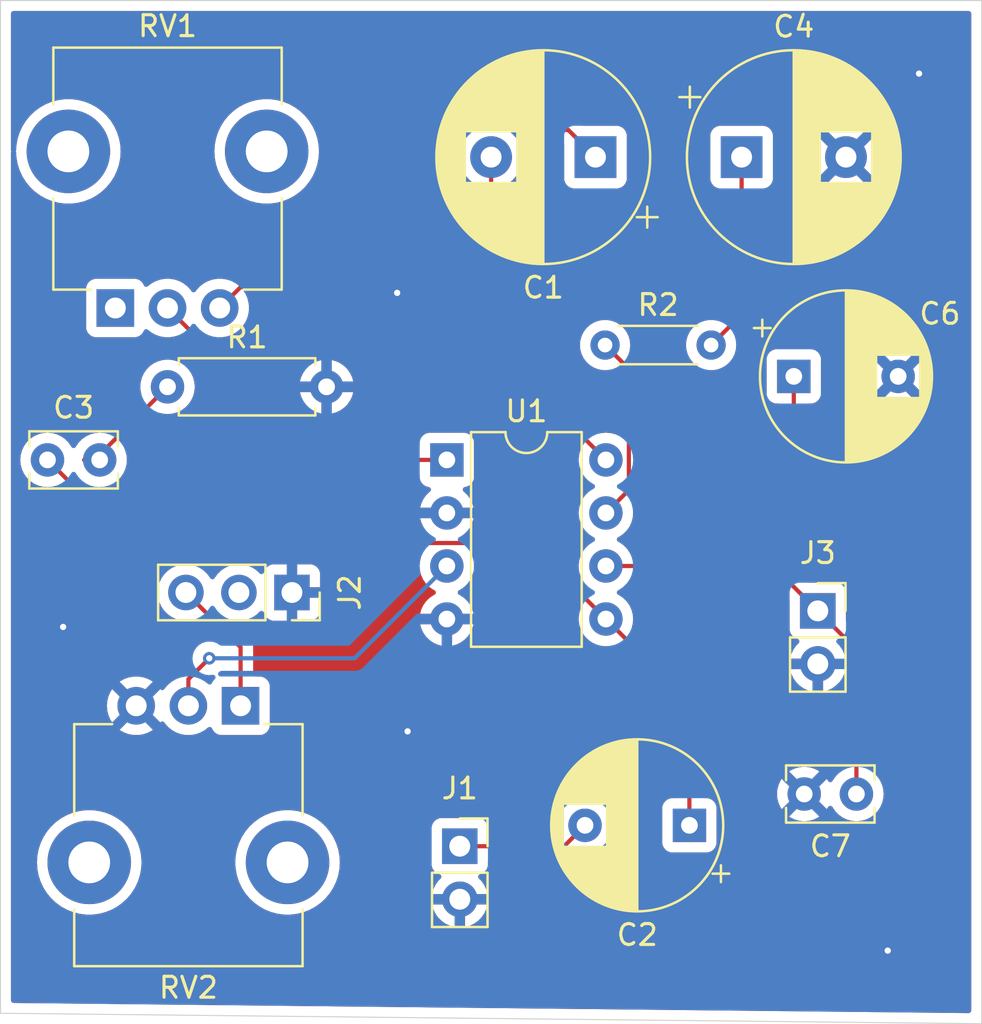
<source format=kicad_pcb>
(kicad_pcb (version 20241229) (generator "pcbnew") (generator_version "9.0")
  (layers (0 "F.Cu" signal) (2 "B.Cu" signal) (13 "F.Paste" user) (15 "B.Paste" user) (5 "F.SilkS" user "F.Silkscreen") (7 "B.SilkS" user "B.Silkscreen") (1 "F.Mask" user) (3 "B.Mask" user) (25 "Edge.Cuts" user))
  (net 0 "")
  (net 1 "Net-(C1-Pad2)")
  (net 2 "Net-(C1-Pad1)")
  (net 3 "Net-(J1-Pin_1)")
  (net 4 "Net-(C2-Pad1)")
  (net 5 "Net-(C3-Pad2)")
  (net 6 "Net-(C4-Pad1)")
  (net 7 "GND")
  (net 8 "+9V")
  (net 10 "Net-(J2-Pin_3)")
  (net 11 "Net-(U1-BYPASS)")
  (net 13 "Net-(RV1-Pad2)")
  (net 14 "Net-(U1-+)")
  (footprint "Capacitor_THT:CP_Radial_D8.0mm_P5.00mm" (layer "F.Cu") (at 131.5 78.5)
    (property "Reference" "C6" (at 7 -3 0) (layer "F.SilkS"))
    (property "Value" "C_Polarized_US" (hide yes))
    (pad "1" thru_hole rect (at 0 0) (size 1.6 1.6) (drill 0.8) (layers "*.Cu" "*.Mask") (net 8 "+9V"))
    (pad "2" thru_hole circle (at 5 0) (size 1.6 1.6) (drill 0.8) (layers "*.Cu" "*.Mask") (net 7 "GND"))
  )
  (footprint "Package_DIP:DIP-8_W7.62mm" (layer "F.Cu") (at 114.88 82.5)
    (property "Reference" "U1" (at 3.81 -2.33 0) (layer "F.SilkS"))
    (property "Value" "LM386")
    (pad "1" thru_hole rect (at 0 0) (size 1.6 1.6) (drill 0.8) (layers "*.Cu" "*.Mask") (net 13 "Net-(RV1-Pad2)"))
    (pad "2" thru_hole oval (at 0 2.54) (size 1.6 1.6) (drill 0.8) (layers "*.Cu" "*.Mask") (net 7 "GND"))
    (pad "3" thru_hole oval (at 0 5.08) (size 1.6 1.6) (drill 0.8) (layers "*.Cu" "*.Mask") (net 14 "Net-(U1-+)"))
    (pad "4" thru_hole oval (at 0 7.62) (size 1.6 1.6) (drill 0.8) (layers "*.Cu" "*.Mask") (net 7 "GND"))
    (pad "5" thru_hole oval (at 7.62 7.62) (size 1.6 1.6) (drill 0.8) (layers "*.Cu" "*.Mask") (net 4 "Net-(C2-Pad1)"))
    (pad "6" thru_hole oval (at 7.62 5.08) (size 1.6 1.6) (drill 0.8) (layers "*.Cu" "*.Mask") (net 8 "+9V"))
    (pad "7" thru_hole oval (at 7.62 2.54) (size 1.6 1.6) (drill 0.8) (layers "*.Cu" "*.Mask") (net 11 "Net-(U1-BYPASS)"))
    (pad "8" thru_hole oval (at 7.62 0) (size 1.6 1.6) (drill 0.8) (layers "*.Cu" "*.Mask") (net 1 "Net-(C1-Pad2)"))
  )
  (footprint "Resistor_THT:R_Axial_DIN0207_L6.3mm_D2.5mm_P7.62mm_Horizontal" (layer "F.Cu") (at 101.5 79)
    (property "Reference" "R1" (at 3.81 -2.37 0) (layer "F.SilkS"))
    (property "Value" "R_US" (hide yes))
    (pad "1" thru_hole circle (at 0 0) (size 1.6 1.6) (drill 0.8) (layers "*.Cu" "*.Mask") (net 5 "Net-(C3-Pad2)"))
    (pad "2" thru_hole oval (at 7.62 0) (size 1.6 1.6) (drill 0.8) (layers "*.Cu" "*.Mask") (net 7 "GND"))
  )
  (footprint "Connector_PinSocket_2.54mm:PinSocket_1x02_P2.54mm_Vertical" (layer "F.Cu") (at 132.65 89.73)
    (property "Reference" "J3" (at 0 -2.77 0) (layer "F.SilkS"))
    (property "Value" "Conn_01x02_Socket" (hide yes))
    (pad "1" thru_hole rect (at 0 0) (size 1.7 1.7) (drill 1) (layers "*.Cu" "*.Mask") (net 8 "+9V"))
    (pad "2" thru_hole oval (at 0 2.54) (size 1.7 1.7) (drill 1) (layers "*.Cu" "*.Mask") (net 7 "GND"))
  )
  (footprint "Capacitor_THT:C_Rect_L4.0mm_W2.5mm_P2.50mm" (layer "F.Cu") (at 95.75 82.5)
    (property "Reference" "C3" (at 1.25 -2.5 0) (layer "F.SilkS"))
    (property "Value" "C")
    (pad "1" thru_hole circle (at 0 0) (size 1.6 1.6) (drill 0.8) (layers "*.Cu" "*.Mask") (net 4 "Net-(C2-Pad1)"))
    (pad "2" thru_hole circle (at 2.5 0) (size 1.6 1.6) (drill 0.8) (layers "*.Cu" "*.Mask") (net 5 "Net-(C3-Pad2)"))
  )
  (footprint "Potentiometer_THT:Potentiometer_TT_P0915N" (layer "F.Cu") (at 99 75.225)
    (property "Reference" "RV1" (at 2.5 -13.5 0) (layer "F.SilkS"))
    (property "Value" "R_Potentiometer_US" (hide yes))
    (pad "" thru_hole oval (at -2.25 -7.5) (size 4 4) (drill 2) (layers "*.Cu" "*.Mask"))
    (pad "" thru_hole oval (at 7.25 -7.5) (size 4 4) (drill 2) (layers "*.Cu" "*.Mask"))
    (pad "1" thru_hole rect (at 0 0) (size 1.8 1.8) (drill 1) (layers "*.Cu" "*.Mask"))
    (pad "2" thru_hole circle (at 2.5 0) (size 1.8 1.8) (drill 1) (layers "*.Cu" "*.Mask") (net 13 "Net-(RV1-Pad2)"))
    (pad "3" thru_hole circle (at 5 0) (size 1.8 1.8) (drill 1) (layers "*.Cu" "*.Mask") (net 2 "Net-(C1-Pad1)"))
  )
  (footprint "Resistor_THT:R_Axial_DIN0204_L3.6mm_D1.6mm_P5.08mm_Horizontal" (layer "F.Cu") (at 122.46 77)
    (property "Reference" "R2" (at 2.54 -1.92 0) (layer "F.SilkS"))
    (property "Value" "R_US" (hide yes))
    (pad "1" thru_hole circle (at 0 0) (size 1.4 1.4) (drill 0.7) (layers "*.Cu" "*.Mask") (net 11 "Net-(U1-BYPASS)"))
    (pad "2" thru_hole oval (at 5.08 0) (size 1.4 1.4) (drill 0.7) (layers "*.Cu" "*.Mask") (net 6 "Net-(C4-Pad1)"))
  )
  (footprint "Capacitor_THT:CP_Radial_D10.0mm_P5.00mm" (layer "F.Cu") (at 129 68)
    (property "Reference" "C4" (at 2.5 -6.25 0) (layer "F.SilkS"))
    (property "Value" "C_Polarized_US" (hide yes))
    (pad "1" thru_hole rect (at 0 0) (size 2 2) (drill 1) (layers "*.Cu" "*.Mask") (net 6 "Net-(C4-Pad1)"))
    (pad "2" thru_hole circle (at 5 0) (size 2 2) (drill 1) (layers "*.Cu" "*.Mask") (net 7 "GND"))
  )
  (footprint "Capacitor_THT:CP_Radial_D8.0mm_P5.00mm" (layer "F.Cu") (at 126.5 100 180)
    (property "Reference" "C2" (at 2.5 -5.25 180) (layer "F.SilkS"))
    (property "Value" "C_Polarized_US" (hide yes))
    (pad "1" thru_hole rect (at 0 0 180) (size 1.6 1.6) (drill 0.8) (layers "*.Cu" "*.Mask") (net 4 "Net-(C2-Pad1)"))
    (pad "2" thru_hole circle (at 5 0 180) (size 1.6 1.6) (drill 0.8) (layers "*.Cu" "*.Mask") (net 3 "Net-(J1-Pin_1)"))
  )
  (footprint "Capacitor_THT:C_Rect_L4.0mm_W2.5mm_P2.50mm" (layer "F.Cu") (at 134.5 98.5 180)
    (property "Reference" "C7" (at 1.25 -2.5 180) (layer "F.SilkS"))
    (property "Value" "C")
    (pad "1" thru_hole circle (at 0 0 180) (size 1.6 1.6) (drill 0.8) (layers "*.Cu" "*.Mask") (net 8 "+9V"))
    (pad "2" thru_hole circle (at 2.5 0 180) (size 1.6 1.6) (drill 0.8) (layers "*.Cu" "*.Mask") (net 7 "GND"))
  )
  (footprint "Capacitor_THT:CP_Radial_D10.0mm_P5.00mm" (layer "F.Cu") (at 122 68 180)
    (property "Reference" "C1" (at 2.5 -6.25 180) (layer "F.SilkS"))
    (property "Value" "C_Polarized_US" (hide yes))
    (pad "1" thru_hole rect (at 0 0 180) (size 2 2) (drill 1) (layers "*.Cu" "*.Mask") (net 2 "Net-(C1-Pad1)"))
    (pad "2" thru_hole circle (at 5 0 180) (size 2 2) (drill 1) (layers "*.Cu" "*.Mask") (net 1 "Net-(C1-Pad2)"))
  )
  (footprint "Connector_PinSocket_2.54mm:PinSocket_1x03_P2.54mm_Vertical" (layer "F.Cu") (at 107.46 88.85 -90)
    (property "Reference" "J2" (at 0 -2.77 270) (layer "F.SilkS"))
    (property "Value" "Conn_01x03_Socket" (hide yes))
    (pad "1" thru_hole rect (at 0 0 270) (size 1.7 1.7) (drill 1) (layers "*.Cu" "*.Mask") (net 7 "GND"))
    (pad "2" thru_hole oval (at 0 2.54 270) (size 1.7 1.7) (drill 1) (layers "*.Cu" "*.Mask"))
    (pad "3" thru_hole oval (at 0 5.08 270) (size 1.7 1.7) (drill 1) (layers "*.Cu" "*.Mask") (net 10 "Net-(J2-Pin_3)"))
  )
  (footprint "Potentiometer_THT:Potentiometer_TT_P0915N" (layer "F.Cu") (at 105 94.275 180)
    (property "Reference" "RV2" (at 2.5 -13.5 180) (layer "F.SilkS"))
    (property "Value" "R_Potentiometer_US" (hide yes))
    (pad "" thru_hole oval (at -2.25 -7.5 180) (size 4 4) (drill 2) (layers "*.Cu" "*.Mask"))
    (pad "" thru_hole oval (at 7.25 -7.5 180) (size 4 4) (drill 2) (layers "*.Cu" "*.Mask"))
    (pad "1" thru_hole rect (at 0 0 180) (size 1.8 1.8) (drill 1) (layers "*.Cu" "*.Mask") (net 10 "Net-(J2-Pin_3)"))
    (pad "2" thru_hole circle (at 2.5 0 180) (size 1.8 1.8) (drill 1) (layers "*.Cu" "*.Mask") (net 14 "Net-(U1-+)"))
    (pad "3" thru_hole circle (at 5 0 180) (size 1.8 1.8) (drill 1) (layers "*.Cu" "*.Mask") (net 7 "GND"))
  )
  (footprint "Connector_PinSocket_2.54mm:PinSocket_1x02_P2.54mm_Vertical" (layer "F.Cu") (at 115.5 101)
    (property "Reference" "J1" (at 0 -2.77 0) (layer "F.SilkS"))
    (property "Value" "Conn_01x02_Socket" (hide yes))
    (pad "1" thru_hole rect (at 0 0) (size 1.7 1.7) (drill 1) (layers "*.Cu" "*.Mask") (net 3 "Net-(J1-Pin_1)"))
    (pad "2" thru_hole oval (at 0 2.54) (size 1.7 1.7) (drill 1) (layers "*.Cu" "*.Mask") (net 7 "GND"))
  )
  (gr_line (start 93.5 60.5) (end 140.5 60.5) (stroke (width 0.05)) (layer "Edge.Cuts"))
  (gr_line (start 93.5 109) (end 140.5 109.5) (stroke (width 0.05)) (layer "Edge.Cuts"))
  (gr_line (start 140.5 60.5) (end 140.5 109.5) (stroke (width 0.05)) (layer "Edge.Cuts"))
  (gr_line (start 93.5 60.5) (end 93.5 109) (stroke (width 0.05)) (layer "Edge.Cuts"))
  (segment (start 117 68) (end 117 77) (width 0.2) (layer "F.Cu") (net 1))
  (segment (start 117 77) (end 122.5 82.5) (width 0.2) (layer "F.Cu") (net 1))
  (segment (start 120.7 66.7) (end 112.525 66.7) (width 0.2) (layer "F.Cu") (net 2))
  (segment (start 122 68) (end 120.7 66.7) (width 0.2) (layer "F.Cu") (net 2))
  (segment (start 112.525 66.7) (end 104 75.225) (width 0.2) (layer "F.Cu") (net 2))
  (segment (start 115.5 101) (end 120.5 101) (width 0.2) (layer "F.Cu") (net 3))
  (segment (start 120.5 101) (end 121.5 100) (width 0.2) (layer "F.Cu") (net 3))
  (segment (start 108.79 86.48) (end 118.86 86.48) (width 0.2) (layer "F.Cu") (net 4))
  (segment (start 126.5 94.12) (end 122.5 90.12) (width 0.2) (layer "F.Cu") (net 4))
  (segment (start 118.86 86.48) (end 122.5 90.12) (width 0.2) (layer "F.Cu") (net 4))
  (segment (start 99.2 85.95) (end 108.26 85.95) (width 0.2) (layer "F.Cu") (net 4))
  (segment (start 95.75 82.5) (end 99.2 85.95) (width 0.2) (layer "F.Cu") (net 4))
  (segment (start 108.26 85.95) (end 108.79 86.48) (width 0.2) (layer "F.Cu") (net 4))
  (segment (start 126.5 100) (end 126.5 94.12) (width 0.2) (layer "F.Cu") (net 4))
  (segment (start 98 82.5) (end 101.5 79) (width 0.2) (layer "F.Cu") (net 5))
  (segment (start 97.5 82.5) (end 98 82.5) (width 0.2) (layer "F.Cu") (net 5))
  (segment (start 129 68) (end 129 75.54) (width 0.2) (layer "F.Cu") (net 6))
  (segment (start 129 75.54) (end 127.54 77) (width 0.2) (layer "F.Cu") (net 6))
  (via (at 96.5 90.5) (size 0.6) (drill 0.3) (layers "F.Cu" "B.Cu") (net 7))
  (via (at 112.5 74.5) (size 0.6) (drill 0.3) (layers "F.Cu" "B.Cu") (net 7))
  (via (at 136 106) (size 0.6) (drill 0.3) (layers "F.Cu" "B.Cu") (net 7))
  (via (at 113 95.5) (size 0.6) (drill 0.3) (layers "F.Cu" "B.Cu") (net 7))
  (via (at 137.5 64) (size 0.6) (drill 0.3) (layers "F.Cu" "B.Cu") (net 7))
  (segment (start 131.5 86.58) (end 130.5 87.58) (width 0.2) (layer "F.Cu") (net 8))
  (segment (start 122.5 87.58) (end 130.5 87.58) (width 0.2) (layer "F.Cu") (net 8))
  (segment (start 131.5 78.5) (end 131.5 86.58) (width 0.2) (layer "F.Cu") (net 8))
  (segment (start 132.65 89.73) (end 132.65 89.35) (width 0.2) (layer "F.Cu") (net 8))
  (segment (start 130.5 87.58) (end 132.65 89.73) (width 0.2) (layer "F.Cu") (net 8))
  (segment (start 132.65 89.73) (end 134.5 91.58) (width 0.2) (layer "F.Cu") (net 8))
  (segment (start 134.5 91.58) (end 134.5 98.5) (width 0.2) (layer "F.Cu") (net 8))
  (segment (start 102.38 88.85) (end 105 91.47) (width 0.2) (layer "F.Cu") (net 10))
  (segment (start 105 91.47) (end 105 94.275) (width 0.2) (layer "F.Cu") (net 10))
  (segment (start 123.6 83.94) (end 122.5 85.04) (width 0.2) (layer "F.Cu") (net 11))
  (segment (start 123.6 78.14) (end 123.6 83.94) (width 0.2) (layer "F.Cu") (net 11))
  (segment (start 122.46 77) (end 123.6 78.14) (width 0.2) (layer "F.Cu") (net 11))
  (segment (start 101.5 75.225) (end 108.775 82.5) (width 0.2) (layer "F.Cu") (net 13))
  (segment (start 108.775 82.5) (end 114.88 82.5) (width 0.2) (layer "F.Cu") (net 13))
  (segment (start 102.5 93) (end 103.5 92) (width 0.2) (layer "F.Cu") (net 14))
  (segment (start 102.5 94.275) (end 102.5 93) (width 0.2) (layer "F.Cu") (net 14))
  (via (at 103.5 92) (size 0.6) (drill 0.3) (layers "F.Cu" "B.Cu") (net 14))
  (segment (start 110.46 92) (end 114.88 87.58) (width 0.2) (layer "B.Cu") (net 14))
  (segment (start 103.5 92) (end 110.46 92) (width 0.2) (layer "B.Cu") (net 14))
  (zone (net 7) (net_name "GND") (layer "F.Cu") (connect_pads (clearance 0.5)) (min_thickness 0.25) (fill yes (thermal_gap 0.5) (thermal_bridge_width 0.5))
    (polygon (pts (xy 93.5 60.5) (xy 140.5 60.5) (xy 140.5 109.5) (xy 93.5 109)))
  )
  (zone (net 7) (net_name "GND") (layer "B.Cu") (priority 1) (connect_pads (clearance 0.5)) (min_thickness 0.25) (fill yes (thermal_gap 0.5) (thermal_bridge_width 0.5))
    (polygon (pts (xy 93.5 60.5) (xy 140.5 60.5) (xy 140.5 109.5) (xy 93.5 109)))
  )
)
</source>
